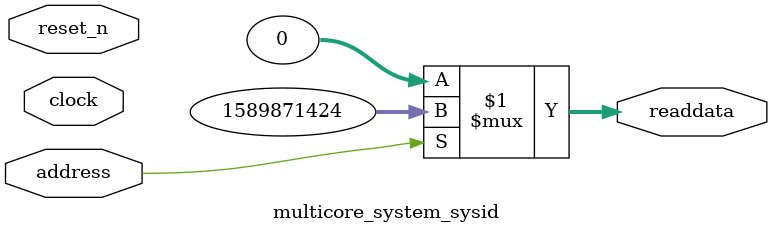
<source format=v>



// synthesis translate_off
`timescale 1ns / 1ps
// synthesis translate_on

// turn off superfluous verilog processor warnings 
// altera message_level Level1 
// altera message_off 10034 10035 10036 10037 10230 10240 10030 

module multicore_system_sysid (
               // inputs:
                address,
                clock,
                reset_n,

               // outputs:
                readdata
             )
;

  output  [ 31: 0] readdata;
  input            address;
  input            clock;
  input            reset_n;

  wire    [ 31: 0] readdata;
  //control_slave, which is an e_avalon_slave
  assign readdata = address ? 1589871424 : 0;

endmodule



</source>
